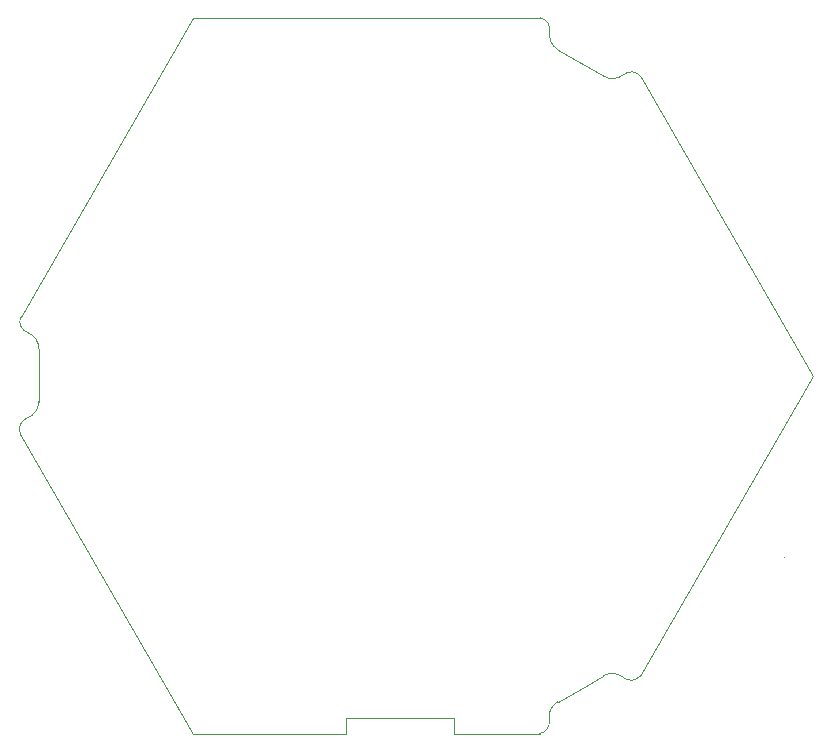
<source format=gm1>
G04 #@! TF.GenerationSoftware,KiCad,Pcbnew,(5.1.6)-1*
G04 #@! TF.CreationDate,2021-11-15T16:50:44+01:00*
G04 #@! TF.ProjectId,Power_module_v1,506f7765-725f-46d6-9f64-756c655f7631,rev?*
G04 #@! TF.SameCoordinates,Original*
G04 #@! TF.FileFunction,Profile,NP*
%FSLAX46Y46*%
G04 Gerber Fmt 4.6, Leading zero omitted, Abs format (unit mm)*
G04 Created by KiCad (PCBNEW (5.1.6)-1) date 2021-11-15 16:50:44*
%MOMM*%
%LPD*%
G01*
G04 APERTURE LIST*
G04 #@! TA.AperFunction,Profile*
%ADD10C,0.050000*%
G04 #@! TD*
G04 APERTURE END LIST*
D10*
X116915398Y-108314100D02*
X117907120Y-108314100D01*
X141429103Y-52503720D02*
G75*
G02*
X139734301Y-52637020I-944388J1166456D01*
G01*
X135121579Y-107142331D02*
G75*
G02*
X135853540Y-105607939I1482375J234635D01*
G01*
X134357857Y-47697660D02*
G75*
G02*
X135169180Y-48856349I-173683J-985006D01*
G01*
X135853540Y-105607939D02*
X137784774Y-104492940D01*
X135888988Y-50398970D02*
G75*
G02*
X135169180Y-48856349I742221J1285577D01*
G01*
X157505401Y-78003398D02*
X142847060Y-103392229D01*
X90382278Y-73020538D02*
X90364706Y-73054601D01*
X142847060Y-103392229D02*
X142819374Y-103421481D01*
X90962878Y-74335589D02*
G75*
G02*
X91925720Y-75736684I-537989J-1401093D01*
G01*
X117927440Y-108296080D02*
X117907120Y-108314100D01*
X141428444Y-52502898D02*
G75*
G02*
X142837558Y-52626182I642915J-766199D01*
G01*
X142878161Y-52668440D02*
X157505401Y-78003398D01*
X134311294Y-108300856D02*
X134264719Y-108314101D01*
X91925720Y-75736684D02*
X91925719Y-77966678D01*
X91925719Y-77966678D02*
X91910175Y-80185847D01*
X127071440Y-108296080D02*
X127076523Y-108314098D01*
X134357858Y-47697661D02*
X134315520Y-47692698D01*
X142837558Y-52626182D02*
X142878161Y-52668440D01*
X117927440Y-108296080D02*
X117927440Y-107000682D01*
X142819370Y-103421483D02*
G75*
G02*
X141410257Y-103544764I-766197J642916D01*
G01*
X127071441Y-107000682D02*
X127071440Y-108296080D01*
X105005400Y-108314100D02*
X116915398Y-108314100D01*
X117927440Y-107000682D02*
X127071441Y-107000682D01*
X105005400Y-108314100D02*
X90345686Y-82922886D01*
X90382278Y-73020538D02*
X105005398Y-47692700D01*
X139734301Y-52637020D02*
X137803068Y-51522019D01*
X90336329Y-82862499D02*
X90345686Y-82922886D01*
X127076523Y-108314098D02*
X134264719Y-108314101D01*
X139714402Y-103396820D02*
G75*
G02*
X141410257Y-103544764I742229J-1285575D01*
G01*
X155013518Y-93350081D02*
X155013518Y-93350081D01*
X137784774Y-104492940D02*
X139714398Y-103396819D01*
X137803068Y-51522019D02*
X135888984Y-50398972D01*
X105005398Y-47692700D02*
X134315520Y-47692698D01*
X90962497Y-74336572D02*
G75*
G02*
X90364706Y-73054601I342090J939881D01*
G01*
X135122617Y-107142167D02*
G75*
G02*
X134311294Y-108300856I-985006J-173683D01*
G01*
X91910179Y-80185846D02*
G75*
G02*
X90934124Y-81580530I-1484459J0D01*
G01*
X90336333Y-82862497D02*
G75*
G02*
X90934124Y-81580530I939879J342088D01*
G01*
M02*

</source>
